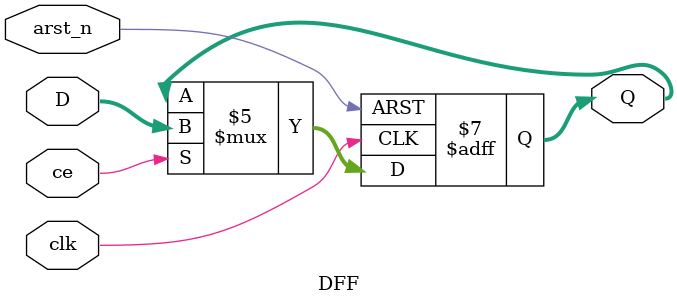
<source format=v>
module DFF #(
    parameter integer EDGE  = "POS",
    parameter integer WIDTH = 16
) (
    input  wire             clk,
    input  wire             arst_n,
    input  wire             ce,
    input  wire [WIDTH-1:0] D,
    output reg  [WIDTH-1:0] Q
);

  initial begin
    Q = {WIDTH{1'b0}};
  end

  generate
    if (EDGE == "POS") begin : g_posedge_trigger
      always @(posedge clk or negedge arst_n) begin : trigger
        if (arst_n == 1'b0) begin
          Q <= {WIDTH{1'b0}};
        end else if (ce == 1'b1) begin
          Q <= D;
        end
      end
    end else if (EDGE == "NEG") begin : g_negedge_trigger
      always @(negedge clk or negedge arst_n) begin : trigger
        if (arst_n == 1'b0) begin
          Q <= {WIDTH{1'b0}};
        end else if (ce == 1'b1) begin
          Q <= D;
        end
      end
    end else begin : g_conf_error
      initial begin
        $display("D-Trigger configuration check fail in %m");
        $finish(2);
      end
    end
  endgenerate

endmodule

</source>
